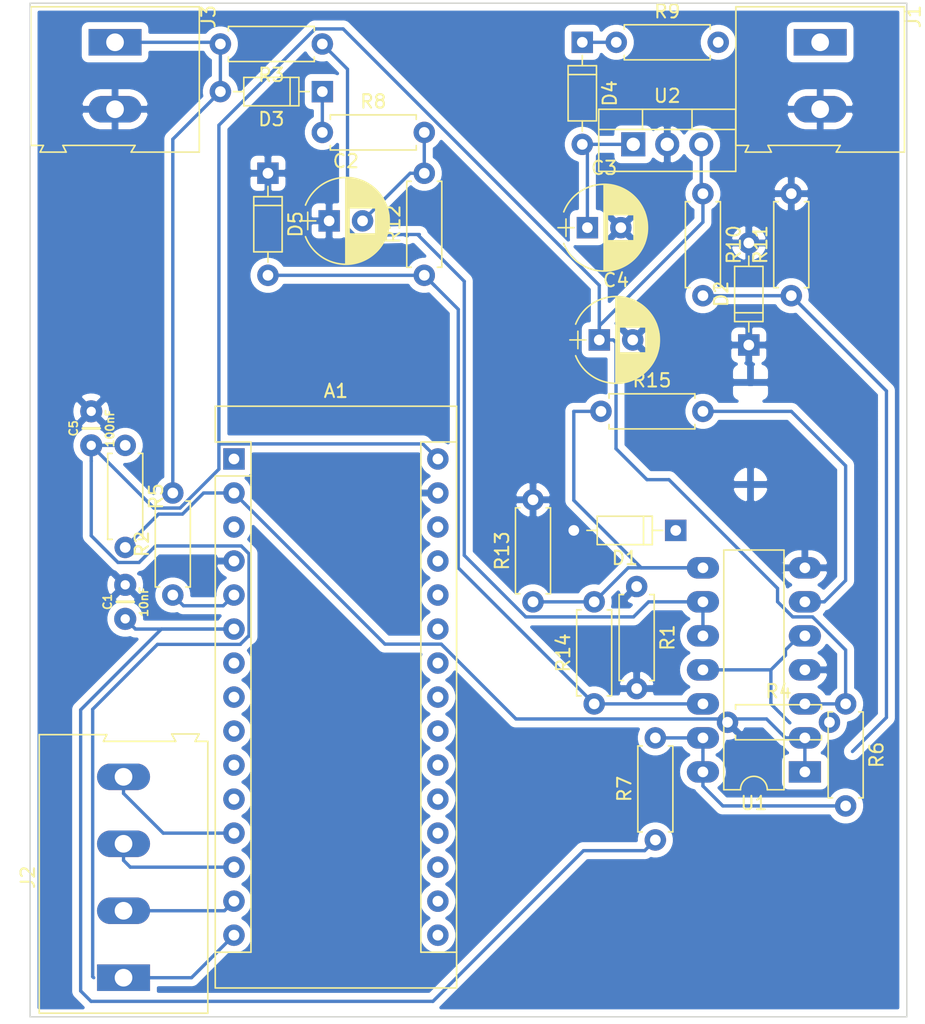
<source format=kicad_pcb>
(kicad_pcb (version 20171130) (host pcbnew "(5.1.5-0)")
  (layers (0 F.Cu signal) (31 B.Cu signal) (34 B.Paste user) (35 F.Paste user) (36 B.SilkS user) (37 F.SilkS user) (38 B.Mask user) (39 F.Mask user) (44 Edge.Cuts user))
  (net 0 "")
  (net 1 "Net-(A1-Pad15)")
  (net 2 "Net-(A1-Pad14)")
  (net 3 "Net-(A1-Pad13)")
  (net 4 "Net-(A1-Pad12)")
  (net 5 GND)
  (net 6 "Net-(C2-Pad2)")
  (net 7 "Net-(C3-Pad1)")
  (net 8 /DCC)
  (net 9 "Net-(D3-Pad1)")
  (net 10 "Net-(D4-Pad1)")
  (net 11 "Net-(R3-Pad1)")
  (net 12 "Net-(R6-Pad2)")
  (net 13 /+18mV)
  (net 14 /-18mV)
  (net 15 /+5V)
  (net 16 /WINDOW_DETECT)
  (net 17 /DCC_IN)
  (net 18 /RAILCOM_IN)
  (net 19 /VCC)
  (net 20 /BOOSTER_IN_A)
  (module Modules:Arduino_Nano (layer F.Cu) (at 139.7 124.46)
    (fp_text reference A1 (at 7.62 -5.08) (layer F.SilkS))
    (fp_text value Arduino_Nano_v3.x)
    (pad 16 thru_hole oval (at 15.24 35.56) (size 1.6 1.6) (drill 0.8) (layers *.Cu *.Mask))
    (pad 15 thru_hole oval (at 0 35.56) (size 1.6 1.6) (drill 0.8) (layers *.Cu *.Mask) (net 1 "Net-(A1-Pad15)"))
    (pad 30 thru_hole oval (at 15.24 0) (size 1.6 1.6) (drill 0.8) (layers *.Cu *.Mask) (net 15 /+5V))
    (pad 14 thru_hole oval (at 0 33.02) (size 1.6 1.6) (drill 0.8) (layers *.Cu *.Mask) (net 2 "Net-(A1-Pad14)"))
    (pad 29 thru_hole oval (at 15.24 2.54) (size 1.6 1.6) (drill 0.8) (layers *.Cu *.Mask) (net 5 GND))
    (pad 13 thru_hole oval (at 0 30.48) (size 1.6 1.6) (drill 0.8) (layers *.Cu *.Mask) (net 3 "Net-(A1-Pad13)"))
    (pad 28 thru_hole oval (at 15.24 5.08) (size 1.6 1.6) (drill 0.8) (layers *.Cu *.Mask))
    (pad 12 thru_hole oval (at 0 27.94) (size 1.6 1.6) (drill 0.8) (layers *.Cu *.Mask) (net 4 "Net-(A1-Pad12)"))
    (pad 27 thru_hole oval (at 15.24 7.62) (size 1.6 1.6) (drill 0.8) (layers *.Cu *.Mask))
    (pad 11 thru_hole oval (at 0 25.4) (size 1.6 1.6) (drill 0.8) (layers *.Cu *.Mask))
    (pad 26 thru_hole oval (at 15.24 10.16) (size 1.6 1.6) (drill 0.8) (layers *.Cu *.Mask))
    (pad 10 thru_hole oval (at 0 22.86) (size 1.6 1.6) (drill 0.8) (layers *.Cu *.Mask))
    (pad 25 thru_hole oval (at 15.24 12.7) (size 1.6 1.6) (drill 0.8) (layers *.Cu *.Mask))
    (pad 9 thru_hole oval (at 0 20.32) (size 1.6 1.6) (drill 0.8) (layers *.Cu *.Mask))
    (pad 24 thru_hole oval (at 15.24 15.24) (size 1.6 1.6) (drill 0.8) (layers *.Cu *.Mask))
    (pad 8 thru_hole oval (at 0 17.78) (size 1.6 1.6) (drill 0.8) (layers *.Cu *.Mask))
    (pad 23 thru_hole oval (at 15.24 17.78) (size 1.6 1.6) (drill 0.8) (layers *.Cu *.Mask))
    (pad 7 thru_hole oval (at 0 15.24) (size 1.6 1.6) (drill 0.8) (layers *.Cu *.Mask))
    (pad 22 thru_hole oval (at 15.24 20.32) (size 1.6 1.6) (drill 0.8) (layers *.Cu *.Mask))
    (pad 6 thru_hole oval (at 0 12.7) (size 1.6 1.6) (drill 0.8) (layers *.Cu *.Mask) (net 16 /WINDOW_DETECT))
    (pad 21 thru_hole oval (at 15.24 22.86) (size 1.6 1.6) (drill 0.8) (layers *.Cu *.Mask))
    (pad 5 thru_hole oval (at 0 10.16) (size 1.6 1.6) (drill 0.8) (layers *.Cu *.Mask) (net 17 /DCC_IN))
    (pad 20 thru_hole oval (at 15.24 25.4) (size 1.6 1.6) (drill 0.8) (layers *.Cu *.Mask))
    (pad 4 thru_hole oval (at 0 7.62) (size 1.6 1.6) (drill 0.8) (layers *.Cu *.Mask) (net 5 GND))
    (pad 19 thru_hole oval (at 15.24 27.94) (size 1.6 1.6) (drill 0.8) (layers *.Cu *.Mask))
    (pad 3 thru_hole oval (at 0 5.08) (size 1.6 1.6) (drill 0.8) (layers *.Cu *.Mask))
    (pad 18 thru_hole oval (at 15.24 30.48) (size 1.6 1.6) (drill 0.8) (layers *.Cu *.Mask))
    (pad 2 thru_hole oval (at 0 2.54) (size 1.6 1.6) (drill 0.8) (layers *.Cu *.Mask) (net 18 /RAILCOM_IN))
    (pad 17 thru_hole oval (at 15.24 33.02) (size 1.6 1.6) (drill 0.8) (layers *.Cu *.Mask))
    (pad 1 thru_hole rect (at 0 0) (size 1.6 1.6) (drill 0.8) (layers *.Cu *.Mask))
  )
  (module Capacitors:CAP-PTH-2.54 (layer F.Cu) (at 131.572 135.128 90)
    (fp_text reference C1 (at 0 -1.3208 90) (layer F.SilkS) (effects (font (size 0.6096 0.6096) (thickness 0.127))))
    (fp_text value 10nF (at 0 1.397 90) (layer F.SilkS) (effects (font (size 0.6096 0.6096) (thickness 0.127))))
    (pad 1 thru_hole circle (at -1.27 0 90) (size 1.651 1.651) (drill 0.6985) (layers *.Cu *.Mask) (net 16 /WINDOW_DETECT))
    (pad 2 thru_hole circle (at 1.27 0 90) (size 1.651 1.651) (drill 0.6985) (layers *.Cu *.Mask) (net 5 GND))
  )
  (module Capacitors_THT:CP_Radial_D6.3mm_P2.50mm (layer F.Cu) (at 146.812 106.68)
    (fp_text reference C2 (at 1.25 -4.46) (layer F.SilkS))
    (fp_text value 100µF)
    (pad 2 thru_hole circle (at 2.5 0) (size 1.6 1.6) (drill 0.8) (layers *.Cu *.Mask) (net 6 "Net-(C2-Pad2)"))
    (pad 1 thru_hole rect (at 0 0) (size 1.6 1.6) (drill 0.8) (layers *.Cu *.Mask) (net 5 GND))
  )
  (module Capacitors_THT:CP_Radial_D6.3mm_P2.50mm (layer F.Cu) (at 166.116 107.188)
    (fp_text reference C3 (at 1.25 -4.46) (layer F.SilkS))
    (fp_text value 220µF)
    (pad 2 thru_hole circle (at 2.5 0) (size 1.6 1.6) (drill 0.8) (layers *.Cu *.Mask) (net 5 GND))
    (pad 1 thru_hole rect (at 0 0) (size 1.6 1.6) (drill 0.8) (layers *.Cu *.Mask) (net 7 "Net-(C3-Pad1)"))
  )
  (module Capacitors_THT:CP_Radial_D6.3mm_P2.50mm (layer F.Cu) (at 167.005 115.57)
    (fp_text reference C4 (at 1.25 -4.46) (layer F.SilkS))
    (fp_text value 100µF)
    (pad 1 thru_hole rect (at 0 0) (size 1.6 1.6) (drill 0.8) (layers *.Cu *.Mask) (net 15 /+5V))
    (pad 2 thru_hole circle (at 2.5 0) (size 1.6 1.6) (drill 0.8) (layers *.Cu *.Mask) (net 5 GND))
  )
  (module Capacitors:CAP-PTH-2.54 (layer F.Cu) (at 129.032 122.174 90)
    (fp_text reference C5 (at 0 -1.3208 90) (layer F.SilkS) (effects (font (size 0.6096 0.6096) (thickness 0.127))))
    (fp_text value 100nF (at 0 1.397 90) (layer F.SilkS) (effects (font (size 0.6096 0.6096) (thickness 0.127))))
    (pad 2 thru_hole circle (at 1.27 0 90) (size 1.651 1.651) (drill 0.6985) (layers *.Cu *.Mask) (net 5 GND))
    (pad 1 thru_hole circle (at -1.27 0 90) (size 1.651 1.651) (drill 0.6985) (layers *.Cu *.Mask) (net 15 /+5V))
  )
  (module Diodes_THT:D_DO-35_SOD27_P7.62mm_Horizontal (layer F.Cu) (at 172.72 129.794 180)
    (fp_text reference D1 (at 3.81 -2.06) (layer F.SilkS))
    (fp_text value D_Schottky_Small)
    (pad 1 thru_hole rect (at 0 0 180) (size 1.6 1.6) (drill 0.8) (layers *.Cu *.Mask) (net 5 GND))
    (pad 2 thru_hole oval (at 7.62 0 180) (size 1.6 1.6) (drill 0.8) (layers *.Cu *.Mask) (net 5 GND))
  )
  (module Diodes_THT:D_DO-35_SOD27_P7.62mm_Horizontal (layer F.Cu) (at 178.181 115.951 90)
    (fp_text reference D2 (at 3.81 -2.06 90) (layer F.SilkS))
    (fp_text value D_Schottky_Small)
    (pad 2 thru_hole oval (at 7.62 0 90) (size 1.6 1.6) (drill 0.8) (layers *.Cu *.Mask) (net 5 GND))
    (pad 1 thru_hole rect (at 0 0 90) (size 1.6 1.6) (drill 0.8) (layers *.Cu *.Mask) (net 5 GND))
  )
  (module Diodes_THT:D_DO-35_SOD27_P7.62mm_Horizontal (layer F.Cu) (at 146.304 97.028 180)
    (fp_text reference D3 (at 3.81 -2.06) (layer F.SilkS))
    (fp_text value DIODE)
    (pad 1 thru_hole rect (at 0 0 180) (size 1.6 1.6) (drill 0.8) (layers *.Cu *.Mask) (net 9 "Net-(D3-Pad1)"))
    (pad 2 thru_hole oval (at 7.62 0 180) (size 1.6 1.6) (drill 0.8) (layers *.Cu *.Mask) (net 8 /DCC))
  )
  (module Diodes_THT:D_DO-35_SOD27_P7.62mm_Horizontal (layer F.Cu) (at 165.735 93.345 270)
    (fp_text reference D4 (at 3.81 -2.06 90) (layer F.SilkS))
    (fp_text value DIODE)
    (pad 2 thru_hole oval (at 7.62 0 270) (size 1.6 1.6) (drill 0.8) (layers *.Cu *.Mask) (net 7 "Net-(C3-Pad1)"))
    (pad 1 thru_hole rect (at 0 0 270) (size 1.6 1.6) (drill 0.8) (layers *.Cu *.Mask) (net 10 "Net-(D4-Pad1)"))
  )
  (module Diodes_THT:D_DO-35_SOD27_P7.62mm_Horizontal (layer F.Cu) (at 142.24 103.124 270)
    (fp_text reference D5 (at 3.81 -2.06 90) (layer F.SilkS))
    (fp_text value DIODE)
    (pad 2 thru_hole oval (at 7.62 0 270) (size 1.6 1.6) (drill 0.8) (layers *.Cu *.Mask) (net 19 /VCC))
    (pad 1 thru_hole rect (at 0 0 270) (size 1.6 1.6) (drill 0.8) (layers *.Cu *.Mask) (net 5 GND))
  )
  (module Connectors_Terminal_Blocks:TerminalBlock_Altech_AK300-2_P5.00mm (layer F.Cu) (at 183.515 93.345 270)
    (fp_text reference J1 (at -1.92 -6.99 90) (layer F.SilkS))
    (fp_text value BOOSTER_IN)
    (pad 2 thru_hole oval (at 5 0 270) (size 1.98 3.96) (drill 1.32) (layers *.Cu *.Mask) (net 5 GND))
    (pad 1 thru_hole rect (at 0 0 270) (size 1.98 3.96) (drill 1.32) (layers *.Cu *.Mask) (net 20 /BOOSTER_IN_A))
  )
  (module Connectors_Terminal_Blocks:TerminalBlock_Altech_AK300-4_P5.00mm (layer F.Cu) (at 131.445 163.195 90)
    (fp_text reference J2 (at 7.5 -7.15 90) (layer F.SilkS))
    (fp_text value "Signal output 1")
    (pad 3 thru_hole oval (at 10 0 90) (size 1.98 3.96) (drill 1.32) (layers *.Cu *.Mask) (net 3 "Net-(A1-Pad13)"))
    (pad 4 thru_hole oval (at 15 0 90) (size 1.98 3.96) (drill 1.32) (layers *.Cu *.Mask) (net 4 "Net-(A1-Pad12)"))
    (pad 2 thru_hole oval (at 5 0 90) (size 1.98 3.96) (drill 1.32) (layers *.Cu *.Mask) (net 2 "Net-(A1-Pad14)"))
    (pad 1 thru_hole rect (at 0 0 90) (size 1.98 3.96) (drill 1.32) (layers *.Cu *.Mask) (net 1 "Net-(A1-Pad15)"))
  )
  (module Connectors_Terminal_Blocks:TerminalBlock_Altech_AK300-2_P5.00mm (layer F.Cu) (at 130.81 93.345 270)
    (fp_text reference J3 (at -1.92 -6.99 90) (layer F.SilkS))
    (fp_text value TRACK_OUT)
    (pad 1 thru_hole rect (at 0 0 270) (size 1.98 3.96) (drill 1.32) (layers *.Cu *.Mask) (net 8 /DCC))
    (pad 2 thru_hole oval (at 5 0 270) (size 1.98 3.96) (drill 1.32) (layers *.Cu *.Mask) (net 5 GND))
  )
  (module Resistors_THT:R_Axial_DIN0207_L6.3mm_D2.5mm_P7.62mm_Horizontal (layer F.Cu) (at 169.799 133.985 270)
    (fp_text reference R1 (at 3.81 -2.31 90) (layer F.SilkS))
    (fp_text value 1,8)
    (pad 2 thru_hole oval (at 7.62 0 270) (size 1.6 1.6) (drill 0.8) (layers *.Cu *.Mask) (net 5 GND))
    (pad 1 thru_hole circle (at 0 0 270) (size 1.6 1.6) (drill 0.8) (layers *.Cu *.Mask) (net 5 GND))
  )
  (module Resistors_THT:R_Axial_DIN0207_L6.3mm_D2.5mm_P7.62mm_Horizontal (layer F.Cu) (at 135.128 134.62 90)
    (fp_text reference R2 (at 3.81 -2.31 90) (layer F.SilkS))
    (fp_text value 47K)
    (pad 1 thru_hole circle (at 0 0 90) (size 1.6 1.6) (drill 0.8) (layers *.Cu *.Mask) (net 17 /DCC_IN))
    (pad 2 thru_hole oval (at 7.62 0 90) (size 1.6 1.6) (drill 0.8) (layers *.Cu *.Mask) (net 8 /DCC))
  )
  (module Resistors_THT:R_Axial_DIN0207_L6.3mm_D2.5mm_P7.62mm_Horizontal (layer F.Cu) (at 146.304 93.472 180)
    (fp_text reference R3 (at 3.81 -2.31) (layer F.SilkS))
    (fp_text value 47K)
    (pad 1 thru_hole circle (at 0 0 180) (size 1.6 1.6) (drill 0.8) (layers *.Cu *.Mask) (net 11 "Net-(R3-Pad1)"))
    (pad 2 thru_hole oval (at 7.62 0 180) (size 1.6 1.6) (drill 0.8) (layers *.Cu *.Mask) (net 8 /DCC))
  )
  (module Resistors_THT:R_Axial_DIN0207_L6.3mm_D2.5mm_P7.62mm_Horizontal (layer F.Cu) (at 131.572 123.444 270)
    (fp_text reference R5 (at 3.81 -2.31 90) (layer F.SilkS))
    (fp_text value 1K)
    (pad 2 thru_hole oval (at 7.62 0 270) (size 1.6 1.6) (drill 0.8) (layers *.Cu *.Mask) (net 18 /RAILCOM_IN))
    (pad 1 thru_hole circle (at 0 0 270) (size 1.6 1.6) (drill 0.8) (layers *.Cu *.Mask) (net 15 /+5V))
  )
  (module Resistors_THT:R_Axial_DIN0207_L6.3mm_D2.5mm_P7.62mm_Horizontal (layer F.Cu) (at 185.42 142.748 270)
    (fp_text reference R6 (at 3.81 -2.31 90) (layer F.SilkS))
    (fp_text value 2.2K)
    (pad 1 thru_hole circle (at 0 0 270) (size 1.6 1.6) (drill 0.8) (layers *.Cu *.Mask) (net 15 /+5V))
    (pad 2 thru_hole oval (at 7.62 0 270) (size 1.6 1.6) (drill 0.8) (layers *.Cu *.Mask) (net 12 "Net-(R6-Pad2)"))
  )
  (module Resistors_THT:R_Axial_DIN0207_L6.3mm_D2.5mm_P7.62mm_Horizontal (layer F.Cu) (at 171.196 152.908 90)
    (fp_text reference R7 (at 3.81 -2.31 90) (layer F.SilkS))
    (fp_text value 1K)
    (pad 2 thru_hole oval (at 7.62 0 90) (size 1.6 1.6) (drill 0.8) (layers *.Cu *.Mask) (net 12 "Net-(R6-Pad2)"))
    (pad 1 thru_hole circle (at 0 0 90) (size 1.6 1.6) (drill 0.8) (layers *.Cu *.Mask) (net 16 /WINDOW_DETECT))
  )
  (module Resistors_THT:R_Axial_DIN0207_L6.3mm_D2.5mm_P7.62mm_Horizontal (layer F.Cu) (at 146.304 100.076)
    (fp_text reference R8 (at 3.81 -2.31) (layer F.SilkS))
    (fp_text value 220)
    (pad 2 thru_hole oval (at 7.62 0) (size 1.6 1.6) (drill 0.8) (layers *.Cu *.Mask) (net 6 "Net-(C2-Pad2)"))
    (pad 1 thru_hole circle (at 0 0) (size 1.6 1.6) (drill 0.8) (layers *.Cu *.Mask) (net 9 "Net-(D3-Pad1)"))
  )
  (module Resistors_THT:R_Axial_DIN0207_L6.3mm_D2.5mm_P7.62mm_Horizontal (layer F.Cu) (at 168.275 93.345)
    (fp_text reference R9 (at 3.81 -2.31) (layer F.SilkS))
    (fp_text value 33)
    (pad 1 thru_hole circle (at 0 0) (size 1.6 1.6) (drill 0.8) (layers *.Cu *.Mask) (net 10 "Net-(D4-Pad1)"))
    (pad 2 thru_hole oval (at 7.62 0) (size 1.6 1.6) (drill 0.8) (layers *.Cu *.Mask) (net 20 /BOOSTER_IN_A))
  )
  (module Resistors_THT:R_Axial_DIN0207_L6.3mm_D2.5mm_P7.62mm_Horizontal (layer F.Cu) (at 174.752 104.648 270)
    (fp_text reference R10 (at 3.81 -2.31 90) (layer F.SilkS))
    (fp_text value 270K)
    (pad 2 thru_hole oval (at 7.62 0 270) (size 1.6 1.6) (drill 0.8) (layers *.Cu *.Mask) (net 13 /+18mV))
    (pad 1 thru_hole circle (at 0 0 270) (size 1.6 1.6) (drill 0.8) (layers *.Cu *.Mask) (net 15 /+5V))
  )
  (module Resistors_THT:R_Axial_DIN0207_L6.3mm_D2.5mm_P7.62mm_Horizontal (layer F.Cu) (at 181.356 112.268 90)
    (fp_text reference R11 (at 3.81 -2.31 90) (layer F.SilkS))
    (fp_text value 1K)
    (pad 1 thru_hole circle (at 0 0 90) (size 1.6 1.6) (drill 0.8) (layers *.Cu *.Mask) (net 13 /+18mV))
    (pad 2 thru_hole oval (at 7.62 0 90) (size 1.6 1.6) (drill 0.8) (layers *.Cu *.Mask) (net 5 GND))
  )
  (module Resistors_THT:R_Axial_DIN0207_L6.3mm_D2.5mm_P7.62mm_Horizontal (layer F.Cu) (at 153.924 110.744 90)
    (fp_text reference R12 (at 3.81 -2.31 90) (layer F.SilkS))
    (fp_text value 220)
    (pad 1 thru_hole circle (at 0 0 90) (size 1.6 1.6) (drill 0.8) (layers *.Cu *.Mask) (net 19 /VCC))
    (pad 2 thru_hole oval (at 7.62 0 90) (size 1.6 1.6) (drill 0.8) (layers *.Cu *.Mask) (net 6 "Net-(C2-Pad2)"))
  )
  (module Resistors_THT:R_Axial_DIN0207_L6.3mm_D2.5mm_P7.62mm_Horizontal (layer F.Cu) (at 162.052 135.128 90)
    (fp_text reference R13 (at 3.81 -2.31 90) (layer F.SilkS))
    (fp_text value 820)
    (pad 1 thru_hole circle (at 0 0 90) (size 1.6 1.6) (drill 0.8) (layers *.Cu *.Mask) (net 14 /-18mV))
    (pad 2 thru_hole oval (at 7.62 0 90) (size 1.6 1.6) (drill 0.8) (layers *.Cu *.Mask) (net 5 GND))
  )
  (module Resistors_THT:R_Axial_DIN0207_L6.3mm_D2.5mm_P7.62mm_Horizontal (layer F.Cu) (at 166.624 142.748 90)
    (fp_text reference R14 (at 3.81 -2.31 90) (layer F.SilkS))
    (fp_text value 33K)
    (pad 2 thru_hole oval (at 7.62 0 90) (size 1.6 1.6) (drill 0.8) (layers *.Cu *.Mask) (net 14 /-18mV))
    (pad 1 thru_hole circle (at 0 0 90) (size 1.6 1.6) (drill 0.8) (layers *.Cu *.Mask) (net 19 /VCC))
  )
  (module Housings_DIP:DIP-14_W7.62mm_LongPads (layer F.Cu) (at 182.372 147.828 180)
    (fp_text reference U1 (at 3.81 -2.33) (layer F.SilkS))
    (fp_text value LM339)
    (pad 14 thru_hole oval (at 7.62 0 180) (size 2.4 1.6) (drill 0.8) (layers *.Cu *.Mask) (net 12 "Net-(R6-Pad2)"))
    (pad 7 thru_hole oval (at 0 15.24 180) (size 2.4 1.6) (drill 0.8) (layers *.Cu *.Mask) (net 5 GND))
    (pad 13 thru_hole oval (at 7.62 2.54 180) (size 2.4 1.6) (drill 0.8) (layers *.Cu *.Mask) (net 12 "Net-(R6-Pad2)"))
    (pad 6 thru_hole oval (at 0 12.7 180) (size 2.4 1.6) (drill 0.8) (layers *.Cu *.Mask) (net 14 /-18mV))
    (pad 12 thru_hole oval (at 7.62 5.08 180) (size 2.4 1.6) (drill 0.8) (layers *.Cu *.Mask) (net 19 /VCC))
    (pad 5 thru_hole oval (at 0 10.16 180) (size 2.4 1.6) (drill 0.8) (layers *.Cu *.Mask) (net 13 /+18mV))
    (pad 11 thru_hole oval (at 7.62 7.62 180) (size 2.4 1.6) (drill 0.8) (layers *.Cu *.Mask) (net 13 /+18mV))
    (pad 4 thru_hole oval (at 0 7.62 180) (size 2.4 1.6) (drill 0.8) (layers *.Cu *.Mask) (net 5 GND))
    (pad 10 thru_hole oval (at 7.62 10.16 180) (size 2.4 1.6) (drill 0.8) (layers *.Cu *.Mask) (net 11 "Net-(R3-Pad1)"))
    (pad 3 thru_hole oval (at 0 5.08 180) (size 2.4 1.6) (drill 0.8) (layers *.Cu *.Mask) (net 15 /+5V))
    (pad 9 thru_hole oval (at 7.62 12.7 180) (size 2.4 1.6) (drill 0.8) (layers *.Cu *.Mask) (net 11 "Net-(R3-Pad1)"))
    (pad 2 thru_hole oval (at 0 2.54 180) (size 2.4 1.6) (drill 0.8) (layers *.Cu *.Mask) (net 18 /RAILCOM_IN))
    (pad 8 thru_hole oval (at 7.62 15.24 180) (size 2.4 1.6) (drill 0.8) (layers *.Cu *.Mask) (net 14 /-18mV))
    (pad 1 thru_hole rect (at 0 0 180) (size 2.4 1.6) (drill 0.8) (layers *.Cu *.Mask) (net 18 /RAILCOM_IN))
  )
  (module TO_SOT_Packages_THT:TO-220-3_Vertical (layer F.Cu) (at 169.545 100.965)
    (fp_text reference U2 (at 2.54 -3.62) (layer F.SilkS))
    (fp_text value L7805)
    (pad 3 thru_hole oval (at 5.08 0) (size 1.8 1.8) (drill 1) (layers *.Cu *.Mask) (net 15 /+5V))
    (pad 2 thru_hole oval (at 2.54 0) (size 1.8 1.8) (drill 1) (layers *.Cu *.Mask) (net 5 GND))
    (pad 1 thru_hole rect (at 0 0) (size 1.8 1.8) (drill 1) (layers *.Cu *.Mask) (net 7 "Net-(C3-Pad1)"))
  )
  (module Resistors_THT:R_Axial_DIN0207_L6.3mm_D2.5mm_P7.62mm_Horizontal (layer F.Cu) (at 167.132 120.904)
    (fp_text reference R15 (at 3.81 -2.31) (layer F.SilkS))
    (fp_text value 0)
    (pad 2 thru_hole oval (at 7.62 0) (size 1.6 1.6) (drill 0.8) (layers *.Cu *.Mask) (net 14 /-18mV))
    (pad 1 thru_hole circle (at 0 0) (size 1.6 1.6) (drill 0.8) (layers *.Cu *.Mask) (net 14 /-18mV))
  )
  (module Resistors_THT:R_Axial_DIN0207_L6.3mm_D2.5mm_P7.62mm_Horizontal (layer F.Cu) (at 176.589001 144.119001)
    (fp_text reference R4 (at 3.81 -2.31) (layer F.SilkS))
    (fp_text value 1K)
    (pad 2 thru_hole oval (at 7.62 0) (size 1.6 1.6) (drill 0.8) (layers *.Cu *.Mask) (net 11 "Net-(R3-Pad1)"))
    (pad 1 thru_hole circle (at 0 0) (size 1.6 1.6) (drill 0.8) (layers *.Cu *.Mask) (net 5 GND))
  )
  (gr_line (start 189.992 90.424) (end 189.992 166.116) (layer Edge.Cuts) (width 0.1))
  (gr_line (start 124.46 90.424) (end 189.992 90.424) (layer Edge.Cuts) (width 0.1))
  (gr_line (start 124.46 166.116) (end 124.46 90.424) (layer Edge.Cuts) (width 0.1))
  (gr_line (start 189.992 166.116) (end 124.46 166.116) (layer Edge.Cuts) (width 0.1))
  (segment (start 136.525 163.195) (end 139.7 160.02) (width 0.25) (layer B.Cu) (net 1))
  (segment (start 131.445 163.195) (end 136.525 163.195) (width 0.25) (layer B.Cu) (net 1))
  (segment (start 131.445 158.115) (end 131.445 158.195) (width 0.25) (layer B.Cu) (net 2))
  (segment (start 138.985 158.195) (end 139.7 157.48) (width 0.25) (layer B.Cu) (net 2))
  (segment (start 131.445 158.195) (end 138.985 158.195) (width 0.25) (layer B.Cu) (net 2))
  (segment (start 131.95 154.94) (end 131.445 154.435) (width 0.25) (layer B.Cu) (net 3))
  (segment (start 131.445 154.435) (end 131.445 153.195) (width 0.25) (layer B.Cu) (net 3))
  (segment (start 139.7 154.94) (end 131.95 154.94) (width 0.25) (layer B.Cu) (net 3))
  (segment (start 138.56863 152.4) (end 139.7 152.4) (width 0.25) (layer B.Cu) (net 4))
  (segment (start 134.41 152.4) (end 138.56863 152.4) (width 0.25) (layer B.Cu) (net 4))
  (segment (start 131.445 149.435) (end 134.41 152.4) (width 0.25) (layer B.Cu) (net 4))
  (segment (start 131.445 148.195) (end 131.445 149.435) (width 0.25) (layer B.Cu) (net 4))
  (segment (start 170.688 116.753) (end 169.505 115.57) (width 0.25) (layer B.Cu) (net 5))
  (segment (start 170.688 118.505002) (end 170.688 116.84) (width 0.25) (layer B.Cu) (net 5))
  (segment (start 170.688 116.84) (end 170.688 116.753) (width 0.25) (layer B.Cu) (net 5))
  (segment (start 170.688 124.46) (end 170.688 116.84) (width 0.25) (layer B.Cu) (net 5))
  (segment (start 152.868 103.124) (end 153.924 103.124) (width 0.25) (layer B.Cu) (net 6))
  (segment (start 149.312 106.68) (end 152.868 103.124) (width 0.25) (layer B.Cu) (net 6))
  (segment (start 153.924 100.076) (end 153.924 103.124) (width 0.25) (layer B.Cu) (net 6))
  (segment (start 165.735 100.965) (end 169.545 100.965) (width 0.25) (layer B.Cu) (net 7))
  (segment (start 166.116 101.346) (end 165.735 100.965) (width 0.25) (layer B.Cu) (net 7))
  (segment (start 166.116 107.188) (end 166.116 101.346) (width 0.25) (layer B.Cu) (net 7))
  (segment (start 138.557 93.345) (end 138.684 93.472) (width 0.25) (layer B.Cu) (net 8))
  (segment (start 130.81 93.345) (end 138.557 93.345) (width 0.25) (layer B.Cu) (net 8))
  (segment (start 138.684 93.472) (end 138.684 97.028) (width 0.25) (layer B.Cu) (net 8))
  (segment (start 135.128 100.584) (end 135.128 127) (width 0.25) (layer B.Cu) (net 8))
  (segment (start 138.684 97.028) (end 135.128 100.584) (width 0.25) (layer B.Cu) (net 8))
  (segment (start 146.304 100.076) (end 146.304 97.028) (width 0.25) (layer B.Cu) (net 9))
  (segment (start 168.275 93.345) (end 165.735 93.345) (width 0.25) (layer B.Cu) (net 10))
  (segment (start 148.186999 107.220001) (end 148.771999 107.805001) (width 0.25) (layer B.Cu) (net 11))
  (segment (start 148.186999 95.354999) (end 148.186999 107.220001) (width 0.25) (layer B.Cu) (net 11))
  (segment (start 146.304 93.472) (end 148.186999 95.354999) (width 0.25) (layer B.Cu) (net 11))
  (segment (start 174.752 135.128) (end 170.688 135.128) (width 0.25) (layer B.Cu) (net 11))
  (segment (start 152.4 107.696) (end 152.650003 107.805001) (width 0.25) (layer B.Cu) (net 11))
  (segment (start 148.771999 107.805001) (end 152.4 107.696) (width 0.25) (layer B.Cu) (net 11))
  (segment (start 156.91401 111.19401) (end 153.416 107.696) (width 0.25) (layer B.Cu) (net 11))
  (segment (start 156.91401 131.655012) (end 156.91401 111.19401) (width 0.25) (layer B.Cu) (net 11))
  (segment (start 169.562999 136.253001) (end 161.511999 136.253001) (width 0.25) (layer B.Cu) (net 11))
  (segment (start 170.688 135.128) (end 169.562999 136.253001) (width 0.25) (layer B.Cu) (net 11))
  (segment (start 153.416 107.696) (end 152.4 107.696) (width 0.25) (layer B.Cu) (net 11))
  (segment (start 161.511999 136.253001) (end 156.91401 131.655012) (width 0.25) (layer B.Cu) (net 11))
  (segment (start 153.557002 107.696) (end 153.416 107.696) (width 0.25) (layer B.Cu) (net 11))
  (segment (start 174.752 135.128) (end 174.752 137.668) (width 0.25) (layer B.Cu) (net 11))
  (segment (start 174.752 148.878) (end 174.752 147.828) (width 0.25) (layer B.Cu) (net 12))
  (segment (start 176.242 150.368) (end 174.752 148.878) (width 0.25) (layer B.Cu) (net 12))
  (segment (start 185.42 150.368) (end 176.242 150.368) (width 0.25) (layer B.Cu) (net 12))
  (segment (start 174.752 146.338) (end 174.752 147.828) (width 0.25) (layer B.Cu) (net 12))
  (segment (start 174.752 145.288) (end 174.752 146.338) (width 0.25) (layer B.Cu) (net 12))
  (segment (start 171.196 145.288) (end 174.752 145.288) (width 0.25) (layer B.Cu) (net 12))
  (segment (start 181.972 137.668) (end 182.372 137.668) (width 0.25) (layer B.Cu) (net 13))
  (segment (start 180.922 138.718) (end 181.972 137.668) (width 0.25) (layer B.Cu) (net 13))
  (segment (start 180.922 139.118) (end 180.922 138.718) (width 0.25) (layer B.Cu) (net 13))
  (segment (start 179.832 140.208) (end 180.922 139.118) (width 0.25) (layer B.Cu) (net 13))
  (segment (start 174.752 140.208) (end 179.832 140.208) (width 0.25) (layer B.Cu) (net 13))
  (segment (start 181.356 112.268) (end 174.752 112.268) (width 0.25) (layer B.Cu) (net 13))
  (segment (start 188.468 143.764) (end 188.468 119.38) (width 0.25) (layer B.Cu) (net 13))
  (segment (start 185.928 146.304) (end 188.468 143.764) (width 0.25) (layer B.Cu) (net 13))
  (segment (start 179.832 142.748) (end 181.24699 144.16299) (width 0.25) (layer B.Cu) (net 13))
  (segment (start 188.468 119.38) (end 181.356 112.268) (width 0.25) (layer B.Cu) (net 13))
  (segment (start 179.832 140.208) (end 179.832 142.748) (width 0.25) (layer B.Cu) (net 13))
  (segment (start 162.052 135.128) (end 166.624 135.128) (width 0.25) (layer B.Cu) (net 14))
  (segment (start 169.164 132.588) (end 174.752 132.588) (width 0.25) (layer B.Cu) (net 14))
  (segment (start 166.624 135.128) (end 169.164 132.588) (width 0.25) (layer B.Cu) (net 14))
  (segment (start 181.972 135.128) (end 182.372 135.128) (width 0.25) (layer B.Cu) (net 14))
  (segment (start 185.42 133.53) (end 185.42 124.968) (width 0.25) (layer B.Cu) (net 14))
  (segment (start 185.42 124.968) (end 181.356 120.904) (width 0.25) (layer B.Cu) (net 14))
  (segment (start 183.822 135.128) (end 185.42 133.53) (width 0.25) (layer B.Cu) (net 14))
  (segment (start 182.372 135.128) (end 183.822 135.128) (width 0.25) (layer B.Cu) (net 14))
  (segment (start 165.1 120.904) (end 167.132 120.904) (width 0.25) (layer B.Cu) (net 14))
  (segment (start 170.1412 132.588) (end 165.1 127.5468) (width 0.25) (layer B.Cu) (net 14))
  (segment (start 165.1 127.5468) (end 165.1 120.904) (width 0.25) (layer B.Cu) (net 14))
  (segment (start 174.752 132.588) (end 170.1412 132.588) (width 0.25) (layer B.Cu) (net 14))
  (segment (start 181.356 120.904) (end 174.752 120.904) (width 0.25) (layer B.Cu) (net 14))
  (segment (start 154.140001 123.660001) (end 154.94 124.46) (width 0.25) (layer B.Cu) (net 15))
  (segment (start 153.814999 123.334999) (end 154.140001 123.660001) (width 0.25) (layer B.Cu) (net 15))
  (segment (start 138.574999 123.399999) (end 138.639999 123.334999) (width 0.25) (layer B.Cu) (net 15))
  (segment (start 138.639999 123.334999) (end 153.814999 123.334999) (width 0.25) (layer B.Cu) (net 15))
  (segment (start 138.574999 125.218003) (end 138.574999 123.399999) (width 0.25) (layer B.Cu) (net 15))
  (segment (start 135.668001 128.125001) (end 138.574999 125.218003) (width 0.25) (layer B.Cu) (net 15))
  (segment (start 133.713001 128.125001) (end 135.668001 128.125001) (width 0.25) (layer B.Cu) (net 15))
  (segment (start 129.032 123.444) (end 133.713001 128.125001) (width 0.25) (layer B.Cu) (net 15))
  (segment (start 129.032 123.444) (end 131.572 123.444) (width 0.25) (layer B.Cu) (net 15))
  (segment (start 182.372 142.748) (end 185.42 142.748) (width 0.25) (layer B.Cu) (net 15))
  (segment (start 174.625 104.521) (end 174.752 104.648) (width 0.25) (layer B.Cu) (net 15))
  (segment (start 174.625 100.965) (end 174.625 104.521) (width 0.25) (layer B.Cu) (net 15))
  (segment (start 174.752 106.773) (end 174.752 104.648) (width 0.25) (layer B.Cu) (net 15))
  (segment (start 167.005 114.52) (end 174.752 106.773) (width 0.25) (layer B.Cu) (net 15))
  (segment (start 167.005 115.57) (end 167.005 114.52) (width 0.25) (layer B.Cu) (net 15))
  (segment (start 138.574999 99.535999) (end 138.574999 123.399999) (width 0.25) (layer B.Cu) (net 15))
  (segment (start 145.763999 92.346999) (end 138.574999 99.535999) (width 0.25) (layer B.Cu) (net 15))
  (segment (start 147.860001 92.346999) (end 145.763999 92.346999) (width 0.25) (layer B.Cu) (net 15))
  (segment (start 167.005 111.491998) (end 147.860001 92.346999) (width 0.25) (layer B.Cu) (net 15))
  (segment (start 167.005 115.57) (end 167.005 111.491998) (width 0.25) (layer B.Cu) (net 15))
  (segment (start 180.329795 135.117795) (end 181.46501 136.25301) (width 0.25) (layer B.Cu) (net 15))
  (segment (start 180.329795 134.122205) (end 180.329795 135.117795) (width 0.25) (layer B.Cu) (net 15))
  (segment (start 172.212 126.00441) (end 180.329795 134.122205) (width 0.25) (layer B.Cu) (net 15))
  (segment (start 182.948014 136.25301) (end 185.42 138.724996) (width 0.25) (layer B.Cu) (net 15))
  (segment (start 181.46501 136.25301) (end 182.948014 136.25301) (width 0.25) (layer B.Cu) (net 15))
  (segment (start 185.42 138.724996) (end 185.42 142.748) (width 0.25) (layer B.Cu) (net 15))
  (segment (start 167.005 114.52) (end 167.080001 114.444999) (width 0.25) (layer B.Cu) (net 15))
  (segment (start 168.257001 123.694003) (end 170.567408 126.00441) (width 0.25) (layer B.Cu) (net 15))
  (segment (start 168.257001 115.772001) (end 168.257001 123.694003) (width 0.25) (layer B.Cu) (net 15))
  (segment (start 170.567408 126.00441) (end 172.212 126.00441) (width 0.25) (layer B.Cu) (net 15))
  (segment (start 168.055 115.57) (end 168.257001 115.772001) (width 0.25) (layer B.Cu) (net 15))
  (segment (start 167.005 115.57) (end 168.055 115.57) (width 0.25) (layer B.Cu) (net 15))
  (segment (start 129.13999 143.14801) (end 133.985 138.303) (width 0.25) (layer B.Cu) (net 15))
  (segment (start 129.13999 163.11999) (end 129.13999 143.14801) (width 0.25) (layer B.Cu) (net 15))
  (segment (start 129.215 163.195) (end 129.13999 163.11999) (width 0.25) (layer B.Cu) (net 15))
  (segment (start 133.985 138.303) (end 140.183982 138.303) (width 0.25) (layer B.Cu) (net 15))
  (segment (start 140.183982 138.285001) (end 140.768982 137.700001) (width 0.25) (layer B.Cu) (net 15))
  (segment (start 140.183982 138.303) (end 140.183982 138.285001) (width 0.25) (layer B.Cu) (net 15))
  (segment (start 133.838591 130.954999) (end 132.604589 132.189001) (width 0.25) (layer B.Cu) (net 15))
  (segment (start 140.825001 137.700001) (end 140.825001 131.539999) (width 0.25) (layer B.Cu) (net 15))
  (segment (start 140.240001 130.954999) (end 133.838591 130.954999) (width 0.25) (layer B.Cu) (net 15))
  (segment (start 132.604589 132.189001) (end 131.031999 132.189001) (width 0.25) (layer B.Cu) (net 15))
  (segment (start 129.032 130.189002) (end 129.032 124.611433) (width 0.25) (layer B.Cu) (net 15))
  (segment (start 140.825001 131.539999) (end 140.240001 130.954999) (width 0.25) (layer B.Cu) (net 15))
  (segment (start 129.032 124.611433) (end 129.032 123.444) (width 0.25) (layer B.Cu) (net 15))
  (segment (start 131.031999 132.189001) (end 129.032 130.189002) (width 0.25) (layer B.Cu) (net 15))
  (segment (start 132.334 137.16) (end 131.572 136.398) (width 0.25) (layer B.Cu) (net 16))
  (segment (start 139.7 137.16) (end 132.334 137.16) (width 0.25) (layer B.Cu) (net 16))
  (segment (start 128.239972 143.195638) (end 134.27561 137.16) (width 0.25) (layer B.Cu) (net 16))
  (segment (start 128.239972 164.181384) (end 128.239972 143.195638) (width 0.25) (layer B.Cu) (net 16))
  (segment (start 129.018599 164.960011) (end 128.239972 164.181384) (width 0.25) (layer B.Cu) (net 16))
  (segment (start 165.824001 153.707999) (end 154.57199 164.96001) (width 0.25) (layer B.Cu) (net 16))
  (segment (start 170.396001 153.707999) (end 165.824001 153.707999) (width 0.25) (layer B.Cu) (net 16))
  (segment (start 134.27561 137.16) (end 139.7 137.16) (width 0.25) (layer B.Cu) (net 16))
  (segment (start 154.57199 164.96001) (end 129.018599 164.960011) (width 0.25) (layer B.Cu) (net 16))
  (segment (start 171.196 152.908) (end 170.396001 153.707999) (width 0.25) (layer B.Cu) (net 16))
  (segment (start 138.900001 135.419999) (end 139.7 134.62) (width 0.25) (layer B.Cu) (net 17))
  (segment (start 135.927999 135.419999) (end 138.900001 135.419999) (width 0.25) (layer B.Cu) (net 17))
  (segment (start 135.128 134.62) (end 135.927999 135.419999) (width 0.25) (layer B.Cu) (net 17))
  (segment (start 131.572 131.064) (end 134.060989 128.575011) (width 0.25) (layer B.Cu) (net 18))
  (segment (start 134.060989 128.575011) (end 135.854402 128.57501) (width 0.25) (layer B.Cu) (net 18))
  (segment (start 137.429412 127) (end 139.7 127) (width 0.25) (layer B.Cu) (net 18))
  (segment (start 135.854402 128.57501) (end 137.429412 127) (width 0.25) (layer B.Cu) (net 18))
  (segment (start 182.372 147.828) (end 182.372 145.288) (width 0.25) (layer B.Cu) (net 18))
  (segment (start 150.985001 138.285001) (end 140.499999 127.799999) (width 0.25) (layer B.Cu) (net 18))
  (segment (start 155.190003 138.285001) (end 150.985001 138.285001) (width 0.25) (layer B.Cu) (net 18))
  (segment (start 179.507001 143.873001) (end 160.778003 143.873001) (width 0.25) (layer B.Cu) (net 18))
  (segment (start 140.499999 127.799999) (end 139.7 127) (width 0.25) (layer B.Cu) (net 18))
  (segment (start 180.922 145.288) (end 179.507001 143.873001) (width 0.25) (layer B.Cu) (net 18))
  (segment (start 160.778003 143.873001) (end 155.190003 138.285001) (width 0.25) (layer B.Cu) (net 18))
  (segment (start 182.372 145.288) (end 180.922 145.288) (width 0.25) (layer B.Cu) (net 18))
  (segment (start 166.624 142.748) (end 174.752 142.748) (width 0.25) (layer B.Cu) (net 19))
  (segment (start 154.723999 111.543999) (end 153.924 110.744) (width 0.25) (layer B.Cu) (net 19))
  (segment (start 156.464 132.588) (end 156.464 113.284) (width 0.25) (layer B.Cu) (net 19))
  (segment (start 142.24 110.744) (end 153.924 110.744) (width 0.25) (layer B.Cu) (net 19))
  (segment (start 156.464 132.588) (end 161.036 137.16) (width 0.25) (layer B.Cu) (net 19))
  (segment (start 161.036 137.16) (end 162.56 138.684) (width 0.25) (layer B.Cu) (net 19))
  (segment (start 162.56 138.684) (end 160.926999 137.050999) (width 0.25) (layer B.Cu) (net 19))
  (segment (start 166.624 142.748) (end 162.56 138.684) (width 0.25) (layer B.Cu) (net 19))
  (segment (start 153.924 110.744) (end 156.464 113.284) (width 0.25) (layer B.Cu) (net 19))
  (zone (net 5) (net_name GND) (layer B.Cu) (connect_pads (clearance 0.508)) (min_thickness 0.254) (fill yes (arc_segments 32) (thermal_gap 0.508) (thermal_bridge_width 0.508))
    (polygon (pts (xy 190.119 166.243) (xy 124.206 166.37) (xy 124.206 90.297) (xy 190.119 90.297)))
  )
)
</source>
